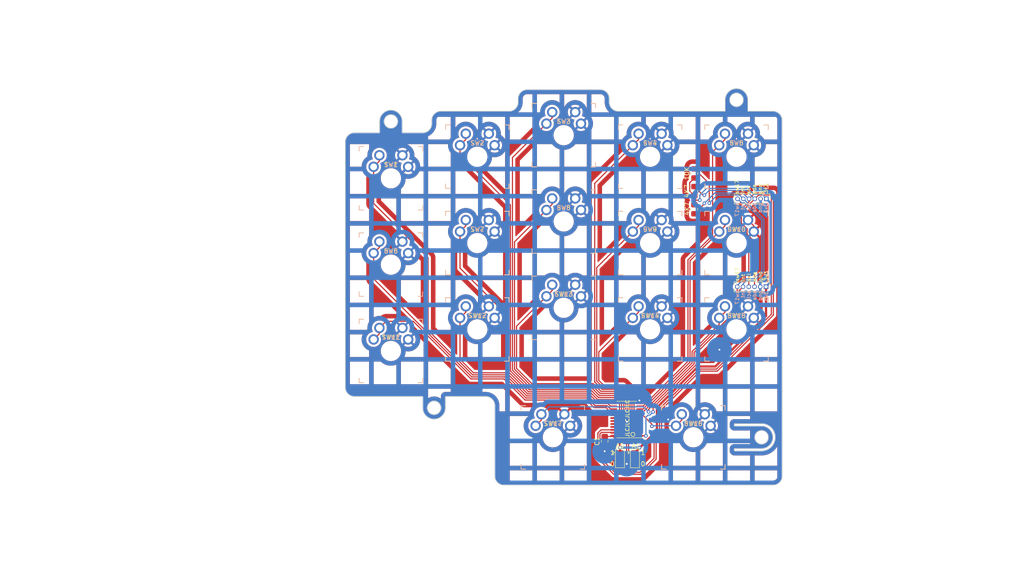
<source format=kicad_pcb>
(kicad_pcb (version 20221018) (generator pcbnew)
  (layers (0 "F.Cu" signal) (31 "B.Cu" signal) (34 "B.Paste" user) (35 "F.Paste" user) (36 "B.SilkS" user "B.Silkscreen") (37 "F.SilkS" user "F.Silkscreen") (38 "B.Mask" user) (39 "F.Mask" user) (44 "Edge.Cuts" user))
  (net 0 "")
  (net 1 "+3V3")
  (net 2 "GND")
  (net 3 "SDA")
  (net 4 "SCL")
  (net 5 "INT")
  (net 6 "SW17")
  (net 7 "ADDR0")
  (net 8 "ADDR1")
  (net 9 "SW1")
  (net 10 "SW2")
  (net 11 "SW3")
  (net 12 "SW4")
  (net 13 "SW5")
  (net 14 "SW6")
  (net 15 "SW7")
  (net 16 "SW8")
  (net 17 "SW9")
  (net 18 "SW10")
  (net 19 "SW11")
  (net 20 "SW12")
  (net 21 "SW13")
  (net 22 "SW14")
  (net 23 "SW15")
  (net 24 "SW16")
  (footprint "Resistor_SMD:R_0805_2012Metric_Pad1.20x1.40mm_HandSolder" (layer "F.Cu") (at 183.2 74.2 90)
    (fp_text reference "R2" hide)
    (fp_text value "4K7")
  )
  (footprint "keyswitches:SW_MX_reversible_minimal" (layer "F.Cu") (at 152.0088 124.5275)
    (fp_text reference "SW17")
    (fp_text value "SW_SPST")
  )
  (footprint "keyswitches:SW_MX_reversible_minimal" (layer "F.Cu") (at 192.49 100.715)
    (fp_text reference "SW15")
    (fp_text value "SW_SPST")
  )
  (footprint "keyswitches:SW_MX_reversible_minimal" (layer "F.Cu") (at 116.29 67.3775)
    (fp_text reference "SW1")
    (fp_text value "SW_SPST")
  )
  (footprint "Jumper:SolderJumper-3_P1.3mm_Open_Pad1.0x1.5mm" (layer "F.Cu") (at 166.79 129.2 -90)
    (fp_text reference "JP1" hide)
    (fp_text value "Jumper_3_Open" hide)
  )
  (footprint "keyswitches:SW_MX_reversible_minimal" (layer "F.Cu") (at 135.34 81.665)
    (fp_text reference "SW7")
    (fp_text value "SW_SPST")
  )
  (footprint "Package_SO:TSSOP-24_4.4x7.8mm_P0.65mm" (layer "F.Cu") (at 168.29 120.615 180)
    (fp_text reference "U1" hide)
    (fp_text value "TCA9555PWR")
  )
  (footprint "Resistor_SMD:R_0805_2012Metric_Pad1.20x1.40mm_HandSolder" (layer "F.Cu") (at 183.22 66.3 -90)
    (fp_text reference "R3" hide)
    (fp_text value "10K")
  )
  (footprint "keyswitches:SW_MX_reversible_minimal" (layer "F.Cu") (at 173.44 62.615)
    (fp_text reference "SW4")
    (fp_text value "SW_SPST")
  )
  (footprint "keyswitches:SW_MX_reversible_minimal" (layer "F.Cu") (at 135.34 100.715)
    (fp_text reference "SW12")
    (fp_text value "SW_SPST")
  )
  (footprint "Connector_PinHeader_1.27mm:PinHeader_1x06_P1.27mm_Vertical" (layer "F.Cu") (at 199 91.3 -90)
    (fp_text reference "J1" hide)
    (fp_text value "Conn_01x06_Pin")
  )
  (footprint "keyswitches:SW_MX_reversible_minimal" (layer "F.Cu") (at 154.39 76.9025)
    (fp_text reference "SW8")
    (fp_text value "SW_SPST")
  )
  (footprint "Jumper:SolderJumper-3_P1.3mm_Open_Pad1.0x1.5mm" (layer "F.Cu") (at 170.09 129.2 -90)
    (fp_text reference "JP2" hide)
    (fp_text value "Jumper_3_Open" hide)
  )
  (footprint "Capacitor_SMD:C_0805_2012Metric_Pad1.18x1.45mm_HandSolder" (layer "F.Cu") (at 163.42 125.4 90)
    (fp_text reference "C1")
    (fp_text value "0.1u")
  )
  (footprint "Connector_PinHeader_1.27mm:PinHeader_1x06_P1.27mm_Vertical" (layer "F.Cu") (at 199.07 71.9 -90)
    (fp_text reference "J2" hide)
    (fp_text value "Conn_01x06_Pin")
  )
  (footprint "Resistor_SMD:R_0805_2012Metric_Pad1.20x1.40mm_HandSolder" (layer "F.Cu") (at 183.2 70.2 -90)
    (fp_text reference "R1" hide)
    (fp_text value "4K7")
  )
  (footprint "keyswitches:SW_MX_reversible_minimal" (layer "F.Cu") (at 154.39 57.8525)
    (fp_text reference "SW3")
    (fp_text value "SW_SPST")
  )
  (footprint "keyswitches:SW_MX_reversible_minimal" (layer "F.Cu") (at 116.29 105.4775)
    (fp_text reference "SW11")
    (fp_text value "SW_SPST")
  )
  (footprint "keyswitches:SW_MX_reversible_minimal" (layer "F.Cu") (at 116.29 86.4275)
    (fp_text reference "SW6")
    (fp_text value "SW_SPST")
  )
  (footprint "keyswitches:SW_MX_reversible_minimal" (layer "F.Cu") (at 173.44 81.665)
    (fp_text reference "SW9")
    (fp_text value "SW_SPST")
  )
  (footprint "keyswitches:SW_MX_reversible_minimal" (layer "F.Cu") (at 173.44 100.715)
    (fp_text reference "SW14")
    (fp_text value "SW_SPST")
  )
  (footprint "keyswitches:SW_MX_reversible_minimal" (layer "F.Cu") (at 182.965 124.5275)
    (fp_text reference "SW16")
    (fp_text value "SW_SPST")
  )
  (footprint "keyswitches:SW_MX_reversible_minimal" (layer "F.Cu") (at 135.34 62.615)
    (fp_text reference "SW2")
    (fp_text value "SW_SPST")
  )
  (footprint "keyswitches:SW_MX_reversible_minimal" (layer "F.Cu") (at 154.39 95.9525)
    (fp_text reference "SW13")
    (fp_text value "SW_SPST")
  )
  (footprint "keyswitches:SW_MX_reversible_minimal" (layer "F.Cu") (at 192.49 62.615)
    (fp_text reference "SW5")
    (fp_text value "SW_SPST")
  )
  (footprint "keyswitches:SW_MX_reversible_minimal" (layer "F.Cu") (at 192.49 81.665)
    (fp_text reference "SW10")
    (fp_text value "SW_SPST")
  )
  (gr_circle (center 169.642787 123.9) (end 170.042787 124.1) (stroke (width 0.15)) (fill none) (layer "F.SilkS"))
  (gr_arc (start 202.565 133.0775) (mid 201.979214 134.491714) (end 200.565 135.0775) (stroke (width 0.15)) (layer "Edge.Cuts"))
  (gr_line (start 113.79 54.8275) (end 113.79 57.3275) (stroke (width 0.15)) (layer "Edge.Cuts"))
  (gr_arc (start 198.015 121.5275) (mid 201.015 124.5275) (end 198.015 127.5275) (stroke (width 0.15)) (layer "Edge.Cuts"))
  (gr_arc (start 137.19625 115.5275) (mid 138.610464 116.113286) (end 139.19625 117.5275) (stroke (width 0.15)) (layer "Edge.Cuts"))
  (gr_arc (start 198.015 122.0275) (mid 200.515 124.5275) (end 198.015 127.0275) (stroke (width 0.15)) (layer "Edge.Cuts"))
  (gr_line (start 164.44 49.8025) (end 164.44 50.565) (stroke (width 0.15)) (layer "Edge.Cuts"))
  (gr_line (start 198.015 122.0275) (end 192.015 122.0275) (stroke (width 0.15)) (layer "Edge.Cuts"))
  (gr_line (start 108.24 115.5275) (end 123.315 115.5275) (stroke (width 0.15)) (layer "Edge.Cuts"))
  (gr_arc (start 113.79 54.8275) (mid 116.29 52.3275) (end 118.79 54.8275) (stroke (width 0.15)) (layer "Edge.Cuts"))
  (gr_line (start 194.99 52.565) (end 200.54 52.565) (stroke (width 0.15)) (layer "Edge.Cuts"))
  (gr_arc (start 162.44 47.8025) (mid 163.854214 48.388286) (end 164.44 49.8025) (stroke (width 0.15)) (layer "Edge.Cuts"))
  (gr_line (start 192.015 127.0275) (end 198.015 127.0275) (stroke (width 0.15)) (layer "Edge.Cuts"))
  (gr_line (start 118.79 57.3275) (end 123.29 57.3275) (stroke (width 0.15)) (layer "Edge.Cuts"))
  (gr_line (start 128.315 118.0275) (end 128.315 115.5275) (stroke (width 0.15)) (layer "Edge.Cuts"))
  (gr_line (start 202.54 103.9775) (end 202.54 54.565) (stroke (width 0.15)) (layer "Edge.Cuts"))
  (gr_line (start 189.99 50.065) (end 189.99 52.565) (stroke (width 0.15)) (layer "Edge.Cuts"))
  (gr_line (start 202.54 103.9775) (end 202.565 103.9775) (stroke (width 0.15)) (layer "Edge.Cuts"))
  (gr_arc (start 189.99 50.065) (mid 192.49 47.565) (end 194.99 50.065) (stroke (width 0.15)) (layer "Edge.Cuts"))
  (gr_line (start 128.315 115.5275) (end 137.19625 115.5275) (stroke (width 0.15)) (layer "Edge.Cuts"))
  (gr_line (start 192.015 121.5275) (end 192.015 122.0275) (stroke (width 0.15)) (layer "Edge.Cuts"))
  (gr_circle (center 116.29 54.8275) (end 117.79 54.8275) (stroke (width 0.15)) (fill none) (layer "Edge.Cuts"))
  (gr_line (start 198.015 121.5275) (end 192.015 121.5275) (stroke (width 0.15)) (layer "Edge.Cuts"))
  (gr_line (start 202.565 133.0775) (end 202.565 103.9775) (stroke (width 0.15)) (layer "Edge.Cuts"))
  (gr_line (start 127.29 52.565) (end 142.34 52.565) (stroke (width 0.15)) (layer "Edge.Cuts"))
  (gr_arc (start 128.315 118.0275) (mid 125.815 120.5275) (end 123.315 118.0275) (stroke (width 0.15)) (layer "Edge.Cuts"))
  (gr_circle (center 125.815 118.0275) (end 127.315 118.0275) (stroke (width 0.15)) (fill none) (layer "Edge.Cuts"))
  (gr_line (start 192.015 127.5275) (end 198.015 127.5275) (stroke (width 0.15)) (layer "Edge.Cuts"))
  (gr_line (start 166.44 52.565) (end 189.99 52.565) (stroke (width 0.15)) (layer "Edge.Cuts"))
  (gr_arc (start 125.29 54.565) (mid 125.875786 53.150786) (end 127.29 52.565) (stroke (width 0.15)) (layer "Edge.Cuts"))
  (gr_line (start 125.29 55.3275) (end 125.29 54.565) (stroke (width 0.15)) (layer "Edge.Cuts"))
  (gr_arc (start 141.19625 135.0775) (mid 139.782036 134.491714) (end 139.19625 133.0775) (stroke (width 0.15)) (layer "Edge.Cuts"))
  (gr_line (start 194.99 52.565) (end 194.99 50.065) (stroke (width 0.15)) (layer "Edge.Cuts"))
  (gr_line (start 108.24 57.3275) (end 113.79 57.3275) (stroke (width 0.15)) (layer "Edge.Cuts"))
  (gr_arc (start 166.44 52.565) (mid 165.025786 51.979214) (end 164.44 50.565) (stroke (width 0.15)) (layer "Edge.Cuts"))
  (gr_circle (center 192.49 50.065) (end 193.99 50.065) (stroke (width 0.15)) (fill none) (layer "Edge.Cuts"))
  (gr_line (start 146.34 47.8025) (end 162.44 47.8025) (stroke (width 0.15)) (layer "Edge.Cuts"))
  (gr_line (start 139.19625 133.0775) (end 139.19625 117.5275) (stroke (width 0.15)) (layer "Edge.Cuts"))
  (gr_line (start 141.19625 135.0775) (end 200.565 135.0775) (stroke (width 0.15)) (layer "Edge.Cuts"))
  (gr_arc (start 106.24 59.3275) (mid 106.825786 57.913286) (end 108.24 57.3275) (stroke (width 0.15)) (layer "Edge.Cuts"))
  (gr_line (start 192.015 127.0275) (end 192.015 127.5275) (stroke (width 0.15)) (layer "Edge.Cuts"))
  (gr_line (start 123.315 115.5275) (end 123.315 118.0275) (stroke (width 0.15)) (layer "Edge.Cuts"))
  (gr_line (start 118.79 57.3275) (end 118.79 54.8275) (stroke (width 0.15)) (layer "Edge.Cuts"))
  (gr_line (start 144.34 50.565) (end 144.34 49.8025) (stroke (width 0.15)) (layer "Edge.Cuts"))
  (gr_arc (start 125.29 55.3275) (mid 124.704214 56.741714) (end 123.29 57.3275) (stroke (width 0.15)) (layer "Edge.Cuts"))
  (gr_arc (start 200.54 52.565) (mid 201.954214 53.150786) (end 202.54 54.565) (stroke (width 0.15)) (layer "Edge.Cuts"))
  (gr_arc (start 144.34 49.8025) (mid 144.925786 48.388286) (end 146.34 47.8025) (stroke (width 0.15)) (layer "Edge.Cuts"))
  (gr_circle (center 198.015 124.5275) (end 199.515 124.5275) (stroke (width 0.15)) (fill none) (layer "Edge.Cuts"))
  (gr_arc (start 144.34 50.565) (mid 143.754214 51.979214) (end 142.34 52.565) (stroke (width 0.15)) (layer "Edge.Cuts"))
  (gr_arc (start 108.24 115.5275) (mid 106.825786 114.941714) (end 106.24 113.5275) (stroke (width 0.15)) (layer "Edge.Cuts"))
  (gr_line (start 106.24 113.5275) (end 106.24 59.3275) (stroke (width 0.15)) (layer "Edge.Cuts"))
  (gr_text "sda" (at 196.9 72.7 90) (layer "B.SilkS") (effects (font (size 0.8 0.8)) (justify left bottom mirror)))
  (gr_text "3v3" (at 199.5 92.2 90) (layer "B.SilkS") (effects (font (size 0.8 0.8)) (justify left bottom mirror)))
  (gr_text "sw17" (at 193.1 92.1 90) (layer "B.SilkS") (effects (font (size 0.8 0.8)) (justify left bottom mirror)))
  (gr_text "gnd" (at 198.18 72.7 90) (layer "B.SilkS") (effects (font (size 0.8 0.8)) (justify left bottom mirror)))
  (gr_text "sw17" (at 193.06 72.7 90) (layer "B.SilkS") (effects (font (size 0.8 0.8)) (justify left bottom mirror)))
  (gr_text "3v3" (at 199.46 72.8 90) (layer "B.SilkS") (effects (font (size 0.8 0.8)) (justify left bottom mirror)))
  (gr_text "int" (at 194.38 92.1 90) (layer "B.SilkS") (effects (font (size 0.8 0.8)) (justify left bottom mirror)))
  (gr_text "int" (at 194.34 72.7 90) (layer "B.SilkS") (effects (font (size 0.8 0.8)) (justify left bottom mirror)))
  (gr_text "sda" (at 196.94 92.1 90) (layer "B.SilkS") (effects (font (size 0.8 0.8)) (justify left bottom mirror)))
  (gr_text "scl" (at 195.62 72.7 90) (layer "B.SilkS") (effects (font (size 0.8 0.8)) (justify left bottom mirror)))
  (gr_text "scl" (at 195.66 92.1 90) (layer "B.SilkS") (effects (font (size 0.8 0.8)) (justify left bottom mirror)))
  (gr_text "gnd" (at 198.22 92.1 90) (layer "B.SilkS") (effects (font (size 0.8 0.8)) (justify left bottom mirror)))
  (gr_text "sda" (at 196.96 90.19 90) (layer "F.SilkS") (effects (font (size 0.8 0.8)) (justify left bottom)))
  (gr_text "gnd" (at 198.24 90.19 90) (layer "F.SilkS") (effects (font (size 0.8 0.8)) (justify left bottom)))
  (gr_text "int" (at 194.4 90.19 90) (layer "F.SilkS") (effects (font (size 0.8 0.8)) (justify left bottom)))
  (gr_text "1" (at 164.553509 128.505022) (layer "F.SilkS") (effects (font (size 1 1)) (justify left bottom)))
  (gr_text "JLCJLCJLCJLC" (at 168.92 124.6 90) (layer "F.SilkS") (effects (font (size 0.8 0.8)) (justify left bottom)))
  (gr_text "1" (at 171.29 128.5) (layer "F.SilkS") (effects (font (size 1 1)) (justify left bottom)))
  (gr_text "scl" (at 195.68 90.19 90) (layer "F.SilkS") (effects (font (size 0.8 0.8)) (justify left bottom)))
  (gr_text "sw17" (at 193.12 90.19 90) (layer "F.SilkS") (effects (font (size 0.8 0.8)) (justify left bottom)))
  (gr_text "int" (at 194.33 70.89 90) (layer "F.SilkS") (effects (font (size 0.8 0.8)) (justify left bottom)))
  (gr_text "sw17" (at 193.05 70.89 90) (layer "F.SilkS") (effects (font (size 0.8 0.8)) (justify left bottom)))
  (gr_text "3v3" (at 199.45 70.79 90) (layer "F.SilkS") (effects (font (size 0.8 0.8)) (justify left bottom)))
  (gr_text "3v3" (at 199.52 90.09 90) (layer "F.SilkS") (effects (font (size 0.8 0.8)) (justify left bottom)))
  (gr_text "A0" (at 165.79 127) (layer "F.SilkS") (effects (font (size 1 1)) (justify left bottom)))
  (gr_text "0" (at 171.29 131) (layer "F.SilkS") (effects (font (size 1 1)) (justify left bottom)))
  (gr_text "0" (at 164.553509 131.005022) (layer "F.SilkS") (effects (font (size 1 1)) (justify left bottom)))
  (gr_text "gnd" (at 198.17 70.89 90) (layer "F.SilkS") (effects (font (size 0.8 0.8)) (justify left bottom)))
  (gr_text "scl" (at 195.61 70.89 90) (layer "F.SilkS") (effects (font (size 0.8 0.8)) (justify left bottom)))
  (gr_text "sda" (at 196.89 70.89 90) (layer "F.SilkS") (effects (font (size 0.8 0.8)) (justify left bottom)))
  (gr_text "A1" (at 169.29 127) (layer "F.SilkS") (effects (font (size 1 1)) (justify left bottom)))
  (segment (start 166.79 127.9) (end 166.82 127.87) (width 0.5) (layer "F.Cu") (net 1))
  (segment (start 178.42 114.5) (end 174.949382 117.970618) (width 0.5) (layer "F.Cu") (net 1))
  (segment (start 183.2 73.2) (end 183.2 72.1) (width 0.75) (layer "F.Cu") (net 1))
  (segment (start 170.09 127.83) (end 170.09 127.9) (width 0.25) (layer "F.Cu") (net 1))
  (segment (start 166.82 127.87) (end 166.82 125.741327) (width 0.5) (layer "F.Cu") (net 1))
  (segment (start 184.4 72.2) (end 183.3 72.2) (width 0.25) (layer "F.Cu") (net 1))
  (segment (start 166.8375 126.7825) (end 166.82 126.8) (width 0.25) (layer "F.Cu") (net 1))
  (segment (start 183.3 72.2) (end 183.2 72.1) (width 0.25) (layer "F.Cu") (net 1))
  (segment (start 184.017005 108.9) (end 178.42 114.497005) (width 0.5) (layer "F.Cu") (net 1))
  (segment (start 174.949382 117.970618) (end 174.949382 123.040618) (width 0.5) (layer "F.Cu") (net 1))
  (segment (start 199 91.3) (end 199 97.731907) (width 0.5) (layer "F.Cu") (net 1))
  (segment (start 182.175 68.345) (end 182.175 70.175) (width 0.25) (layer "F.Cu") (net 1))
  (segment (start 182.175 70.175) (end 183.2 71.2) (width 0.25) (layer "F.Cu") (net 1))
  (segment (start 178.42 114.497005) (end 178.42 114.5) (width 0.5) (layer "F.Cu") (net 1))
  (segment (start 171.12 126.8) (end 170.09 127.83) (width 0.25) (layer "F.Cu") (net 1))
  (segment (start 174.949382 123.040618) (end 170.09 127.9) (width 0.5) (layer "F.Cu") (net 1))
  (segment (start 163.42 124.3625) (end 165.255 124.3625) (width 0.25) (layer "F.Cu") (net 1))
  (segment (start 166.82 125.741327) (end 165.47084 124.392167) (width 0.5) (layer "F.Cu") (net 1))
  (segment (start 187.831907 108.9) (end 184.017005 108.9) (width 0.5) (layer "F.Cu") (net 1))
  (segment (start 183.2 72.1) (end 183.2 71.2) (width 0.75) (layer "F.Cu") (net 1))
  (segment (start 183.22 67.3) (end 182.175 68.345) (width 0.25) (layer "F.Cu") (net 1))
  (segment (start 199 97.731907) (end 187.831907 108.9) (width 0.5) (layer "F.Cu") (net 1))
  (via (at 199 91.3) (size 0.8) (drill 0.4) (layers "F.Cu" "B.Cu") (net 1))
  (via (at 166.82 126.8) (size 0.8) (drill 0.4) (layers "F.Cu" "B.Cu") (net 1))
  (via (at 171.12 126.8) (size 0.8) (drill 0.4) (layers "F.Cu" "B.Cu") (net 1))
  (via (at 184.4 72.2) (size 0.8) (drill 0.4) (layers "F.Cu" "B.Cu") (net 1))
  (segment (start 200 72.83) (end 200 90.3) (width 0.5) (layer "B.Cu") (net 1))
  (segment (start 184.4 71.074695) (end 184.4 72.2) (width 0.25) (layer "B.Cu") (net 1))
  (segment (start 185.874695 69.6) (end 184.4 71.074695) (width 0.25) (layer "B.Cu") (net 1))
  (segment (start 200 90.3) (end 199 91.3) (width 0.5) (layer "B.Cu") (net 1))
  (segment (start 199.07 71.9) (end 200 72.83) (width 0.5) (layer "B.Cu") (net 1))
  (segment (start 195 69.6) (end 185.874695 69.6) (width 0.25) (layer "B.Cu") (net 1))
  (segment (start 196.3 70.9) (end 195 69.6) (width 0.25) (layer "B.Cu") (net 1))
  (segment (start 198.07 70.9) (end 196.3 70.9) (width 0.25) (layer "B.Cu") (net 1))
  (segment (start 171.12 126.8) (end 166.82 126.8) (width 0.5) (layer "B.Cu") (net 1))
  (segment (start 199.07 71.9) (end 198.07 70.9) (width 0.25) (layer "B.Cu") (net 1))
  (segment (start 195.03 76.585) (end 197.8 73.815) (width 0.25) (layer "F.Cu") (net 2))
  (segment (start 171.1525 117.04) (end 171.1525 116.4625) (width 0.25) (layer "F.Cu") (net 2))
  (segment (start 168.29 130.4) (end 169.99 130.4) (width 0.25) (layer "F.Cu") (net 2))
  (segment (start 168.19 130.5) (end 168.29 130.4) (width 0.25) (layer "F.Cu") (net 2))
  (segment (start 197.73 91.3) (end 197.73 80.555) (width 0.25) (layer "F.Cu") (net 2))
  (segment (start 170.09 122.516041) (end 170.09 122.502437) (width 0.25) (layer "F.Cu") (net 2))
  (segment (start 195.03 76.585) (end 196.3 77.855) (width 0.25) (layer "F.Cu") (net 2))
  (segment (start 163.42 126.4375) (end 163.42 127.6) (width 0.25) (layer "F.Cu") (net 2))
  (segment (start 197.73 80.555) (end 196.3 79.125) (width 0.25) (layer "F.Cu") (net 2))
  (segment (start 171.1525 116.4625) (end 171.09 116.4) (width 0.25) (layer "F.Cu") (net 2))
  (segment (start 197.8 73.815) (end 197.8 71.9) (width 0.25) (layer "F.Cu") (net 2))
  (segment (start 196.3 77.855) (end 196.3 79.125) (width 0.25) (layer "F.Cu") (net 2))
  (segment (start 168.698152 121.110589) (end 168.30995 121.110589) (width 0.25) (layer "F.Cu") (net 2))
  (segment (start 169.99 130.4) (end 170.09 130.5) (width 0.25) (layer "F.Cu") (net 2))
  (segment (start 170.09 122.502437) (end 168.698152 121.110589) (width 0.25) (layer "F.Cu") (net 2))
  (segment (start 166.79 130.5) (end 168.19 130.5) (width 0.25) (layer "F.Cu") (net 2))
  (segment (start 170.463959 122.89) (end 170.09 122.516041) (width 0.25) (layer "F.Cu") (net 2))
  (segment (start 171.1525 122.89) (end 170.463959 122.89) (width 0.25) (layer "F.Cu") (net 2))
  (via (at 171.09 116.4) (size 0.8) (drill 0.4) (layers "F.Cu" "B.Cu") (net 2))
  (via (at 168.29 130.4) (size 0.8) (drill 0.4) (layers "F.Cu" "B.Cu") (net 2))
  (via (at 168.29 130.4) (size 0.8) (drill 0.4) (layers "F.Cu" "B.Cu") (net 2))
  (via (at 163.42 127.6) (size 0.8) (drill 0.4) (layers "F.Cu" "B.Cu") (net 2))
  (via (at 168.30995 121.110589) (size 0.8) (drill 0.4) (layers "F.Cu" "B.Cu") (net 2))
  (via (at 177.42 120.6) (size 0.8) (drill 0.4) (layers "F.Cu" "B.Cu") (net 2))
  (via (at 188.72 105.2) (size 0.8) (drill 0.4) (layers "F.Cu" "B.Cu") (net 2))
  (segment (start 175.524382 123.27879) (end 174.32 124.483172) (width 0.25) (layer "F.Cu") (net 3))
  (segment (start 178.995 114.738173) (end 175.524382 118.20879) (width 0.25) (layer "F.Cu") (net 3))
  (segment (start 178.995 114.735177) (end 178.995 114.738173) (width 0.25) (layer "F.Cu") (net 3))
  (segment (start 188.070079 109.475) (end 184.255177 109.475) (width 0.25) (layer "F.Cu") (net 3))
  (segment (start 171.233604 132.25) (end 165.606396 132.25) (width 0.25) (layer "F.Cu") (net 3))
  (segment (start 162.37 129.013604) (end 162.37 123.786827) (width 0.25) (layer "F.Cu") (net 3))
  (segment (start 197.355 71.075) (end 200.17 71.075) (width 0.25) (layer "F.Cu") (net 3))
  (segment (start 184.255177 109.475) (end 178.995 114.735177) (width 0.25) (layer "F.Cu") (net 3))
  (segment (start 196.46 81.361066) (end 196.46 91.3) (width 0.25) (layer "F.Cu") (net 3))
  (segment (start 165.606396 132.25) (end 162.37 129.013604) (width 0.25) (layer "F.Cu") (net 3))
  (segment (start 196.53 71.9) (end 193.562 74.868) (width 0.25) (layer "F.Cu") (net 3))
  (segment (start 183.2 69.2) (end 185.1 71.1) (width 0.25) (layer "F.Cu") (net 3))
  (segment (start 193.562 77.242) (end 194.832 78.512) (width 0.25) (layer "F.Cu") (net 3))
  (segment (start 200.17 97.375079) (end 188.070079 109.475) (width 0.25) (layer "F.Cu") (net 3))
  (segment (start 194.832 79.733066) (end 196.46 81.361066) (width 0.25) (layer "F.Cu") (net 3))
  (segment (start 162.37 123.786827) (end 162.706827 123.45) (width 0.25) (layer "F.Cu") (net 3))
  (segment (start 174.32 124.483172) (end 174.32 129.163604) (width 0.25) (layer "F.Cu") (net 3))
  (segment (start 200.17 71.075) (end 200.17 97.375079) (width 0.25) (layer "F.Cu") (net 3))
  (segment (start 194.832 78.512) (end 194.832 79.733066) (width 0.25) (layer "F.Cu") (net 3))
  (segment (start 162.706827 123.45) (end 166.026041 123.45) (width 0.25) (layer "F.Cu") (net 3))
  (segment (start 175.524382 118.20879) (end 175.524382 123.27879) (width 0.25) (layer "F.Cu") (net 3))
  (segment (start 193.562 74.868) (end 193.562 77.242) (width 0.25) (layer "F.Cu") (net 3))
  (segment (start 174.32 129.163604) (end 171.233604 132.25) (width 0.25) (layer "F.Cu") (net 3))
  (segment (start 196.53 71.9) (end 197.355 71.075) (width 0.25) (layer "F.Cu") (net 3))
  (segment (start 185.1 71.1) (end 185.4 71.1) (width 0.25) (layer "F.Cu") (net 3))
  (via (at 185.4 71.1) (size 0.8) (drill 0.4) (layers "F.Cu" "B.Cu") (net 3))
  (segment (start 186.45 70.05) (end 194.62 70.05) (width 0.25) (layer "B.Cu") (net 3))
  (segment (start 185.4 71.1) (end 186.45 70.05) (width 0.25) (layer "B.Cu") (net 3))
  (segment (start 194.62 70.05) (end 196.5 71.93) (width 0.25) (layer "B.Cu") (net 3))
  (segment (start 196.53 71.9) (end 196.5 71.93) (width 0.25) (layer "B.Cu") (net 3))
  (segment (start 195.26 72.533604) (end 193.112 74.681604) (width 0.25) (layer "F.Cu") (net 4))
  (segment (start 175.974382 123.465186) (end 174.77 124.669568) (width 0.25) (layer "F.Cu") (net 4))
  (segment (start 185.4 73) (end 185.4 72.9) (width 0.25) (layer "F.Cu") (net 4))
  (segment (start 161.92 123.600431) (end 162.630431 122.89) (width 0.25) (layer "F.Cu") (net 4))
  (segment (start 179.445 114.924569) (end 175.974382 118.395187) (width 0.25) (layer "F.Cu") (net 4))
  (segment (start 195.26 71.9) (end 195.26 72.533604) (width 0.25) (layer "F.Cu") (net 4))
  (segment (start 183.2 75.2) (end 185.4 73) (width 0.25) (layer "F.Cu") (net 4))
  (segment (start 175.974382 118.395187) (end 175.974382 123.465186) (width 0.25) (layer "F.Cu") (net 4))
  (segment (start 188.256475 109.925) (end 184.441573 109.925) (width 0.25) (layer "F.Cu") (net 4))
  (segment (start 165.42 132.7) (end 161.92 129.2) (width 0.25) (layer "F.Cu") (net 4))
  (segment (start 184.441573 109.925) (end 179.445 114.921573) (width 0.25) (layer "F.Cu") (net 4))
  (segment (start 193.112 74.681604) (end 193.112 77.428396) (width 0.25) (layer "F.Cu") (net 4))
  (segment (start 200.62 97.561475) (end 188.256475 109.925) (width 0.25) (layer "F.Cu") (net 4))
  (segment (start 161.92 129.2) (end 161.92 123.600431) (width 0.25) (layer "F.Cu") (net 4))
  (segment (start 179.445 114.921573) (end 179.445 114.924569) (width 0.25) (layer "F.Cu") (net 4))
  (segment (start 194.382 78.698396) (end 194.382 79.919462) (width 0.25) (layer "F.Cu") (net 4))
  (segment (start 200.62 70.6) (end 200.62 97.561475) (width 0.25) (layer "F.Cu") (net 4))
  (segment (start 174.77 124.669568) (end 174.77 129.35) (width 0.25) (layer "F.Cu") (net 4))
  (segment (start 195.26 71.9) (end 196.56 70.6) (width 0.25) (layer "F.Cu") (net 4))
  (segment (start 193.112 77.428396) (end 194.382 78.698396) (width 0.25) (layer "F.Cu") (net 4))
  (segment (start 195.19 80.727462) (end 195.19 91.3) (width 0.25) (layer "F.Cu") (net 4))
  (segment (start 196.56 70.6) (end 200.62 70.6) (width 0.25) (layer "F.Cu") (net 4))
  (segment (start 162.630431 122.89) (end 165.4275 122.89) (width 0.25) (layer "F.Cu") (net 4))
  (segment (start 194.382 79.919462) (end 195.19 80.727462) (width 0.25) (layer "F.Cu") (net 4))
  (segment (start 171.42 132.7) (end 165.42 132.7) (width 0.25) (layer "F.Cu") (net 4))
  (segment (start 174.77 129.35) (end 171.42 132.7) (width 0.25) (layer "F.Cu") (net 4))
  (via (at 185.4 72.9) (size 0.8) (drill 0.4) (layers "F.Cu" "B.Cu") (net 4))
  (segment (start 193.881727 70.625) (end 187.675 70.625) (width 0.25) (layer "B.Cu") (net 4))
  (segment (start 195.156727 71.9) (end 193.881727 70.625) (width 0.25) (layer "B.Cu") (net 4))
  (segment (start 187.675 70.625) (end 185.4 72.9) (width 0.25) (layer "B.Cu") (net 4))
  (segment (start 195.26 71.9) (end 195.156727 71.9) (width 0.25) (layer "B.Cu") (net 4))
  (segment (start 193.1 96.467462) (end 193.1 92.12) (width 0.25) (layer "F.Cu") (net 5))
  (segment (start 174.099382 118.004451) (end 183.59 108.513833) (width 0.25) (layer "F.Cu") (net 5))
  (segment (start 183.59 105.977462) (end 193.1 96.467462) (width 0.25) (layer "F.Cu") (net 5))
  (segment (start 183.59 108.513833) (end 183.59 105.977462) (width 0.25) (layer "F.Cu") (net 5))
  (segment (start 172.52 124.2) (end 171.1625 124.2) (width 0.25) (layer "F.Cu") (net 5))
  (segment (start 186.4875 72.837098) (end 186.4875 68.5675) (width 0.25) (layer "F.Cu") (net 5))
  (segment (start 171.1625 124.2) (end 171.1525 124.19) (width 0.25) (layer "F.Cu") (net 5))
  (segment (start 174.099382 118.9155) (end 174.099382 118.004451) (width 0.25) (layer "F.Cu") (net 5))
  (segment (start 186.4875 68.5675) (end 183.22 65.3) (width 0.25) (layer "F.Cu") (net 5))
  (segment (start 193.1 92.12) (end 193.92 91.3) (width 0.25) (layer "F.Cu") (net 5))
  (via (at 174.099382 118.9155) (size 0.8) (drill 0.4) (layers "F.Cu" "B.Cu") (net 5))
  (via (at 186.4875 72.837098) (size 0.8) (drill 0.4) (layers "F.Cu" "B.Cu") (net 5))
  (via (at 172.52 124.2) (size 0.8) (drill 0.4) (layers "F.Cu" "B.Cu") (net 5))
  (segment (start 198.525 76.425) (end 198.525 87.962208) (width 0.25) (layer "B.Cu") (net 5))
  (segment (start 173.825 119.189882) (end 173.825 119.200305) (width 0.25) (layer "B.Cu") (net 5))
  (segment (start 196.462208 90.025) (end 194.575 90.025) (width 0.25) (layer "B.Cu") (net 5))
  (segment (start 194 71.9) (end 198.525 76.425) (width 0.25) (layer "B.Cu") (net 5))
  (segment (start 193.165 71.075) (end 188.249598 71.075) (width 0.25) (layer "B.Cu") (net 5))
  (segment (start 193.99 71.9) (end 193.165 71.075) (width 0.25) (layer "B.Cu") (net 5))
  (segment (start 188.249598 71.075) (end 186.4875 72.837098) (width 0.25) (layer "B.Cu") (net 5))
  (segment (start 193.92 90.68) (end 193.92 91.3) (width 0.25) (layer "B.Cu") (net 5))
  (segment (start 198.525 87.962208) (end 196.462208 90.025) (width 0.25) (layer "B.Cu") (net 5))
  (segment (start 172.995 119.625) (end 172.52 120.1) (width 0.25) (layer "B.Cu") (net 5))
  (segment (start 172.52 120.1) (end 172.52 124.2) (width 0.25) (layer "B.Cu") (net 5))
  (segment (start 193.99 71.9) (end 194 71.9) (width 0.25) (layer "B.Cu") (net 5))
  (segment (start 173.400305 119.625) (end 172.995 119.625) (width 0.25) (layer "B.Cu") (net 5))
  (segment (start 174.099382 118.9155) (end 173.825 119.189882) (width 0.25) (layer "B.Cu") (net 5))
  (segment (start 194.575 90.025) (end 193.92 90.68) (width 0.25) (layer "B.Cu") (net 5))
  (segment (start 173.825 119.200305) (end 173.400305 119.625) (width 0.25) (layer "B.Cu") (net 5))
  (segment (start 173.1 118.367437) (end 173.1 118.9) (width 0.25) (layer "F.Cu") (net 6))
  (segment (start 183.14 105.791066) (end 183.14 108.327437) (width 0.25) (layer "F.Cu") (net 6))
  (segment (start 183.14 108.327437) (end 173.1 118.367437) (width 0.25) (layer "F.Cu") (net 6))
  (segment (start 192.65 96.281066) (end 183.14 105.791066) (width 0.25) (layer "F.Cu") (net 6))
  (segment (start 148.1988 121.9875) (end 149.4688 120.7175) (width 0.25) (layer "F.Cu") (net 6))
  (segment (start 149.4688 120.7175) (end 149.4688 119.4475) (width 0.25) (layer "F.Cu") (net 6))
  (segment (start 192.65 91.3) (end 192.65 96.281066) (width 0.25) (layer "F.Cu") (net 6))
  (via (at 173.1 118.9) (size 0.8) (drill 0.4) (layers "F.Cu" "B.Cu") (net 6))
  (segment (start 151.1163 117.8) (end 149.4688 119.4475) (width 0.25) (layer "B.Cu") (net 6))
  (segment (start 194.263604 72.8) (end 198.075 76.611396) (width 0.25) (layer "B.Cu") (net 6))
  (segment (start 194.125 89.575) (end 192.65 91.05) (width 0.25) (layer "B.Cu") (net 6))
  (segment (start 196.275812 89.575) (end 194.125 89.575) (width 0.25) (layer "B.Cu") (net 6))
  (segment (start 173.1 118.9) (end 172 117.8) (width 0.25) (layer "B.Cu") (net 6))
  (segment (start 192.72 71.9) (end 193.62 72.8) (width 0.25) (layer "B.Cu") (net 6))
  (segment (start 193.62 72.8) (end 194.263604 72.8) (width 0.25) (layer "B.Cu") (net 6))
  (segment (start 172 117.8) (end 151.1163 117.8) (width 0.25) (layer "B.Cu") (net 6))
  (segment (start 192.65 91.05) (end 192.65 91.3) (width 0.25) (layer "B.Cu") (net 6))
  (segment (start 198.075 87.775812) (end 196.275812 89.575) (width 0.25) (layer "B.Cu") (net 6))
  (segment (start 198.075 76.611396) (end 198.075 87.775812) (width 0.25) (layer "B.Cu") (net 6))
  (segment (start 168.25 125.03) (end 166.82 123.6) (width 0.25) (layer "F.Cu") (net 7))
  (segment (start 166.116041 122.24) (end 165.4275 122.24) (width 0.25) (layer "F.Cu") (net 7))
  (segment (start 166.82 123.6) (end 166.82 122.943959) (width 0.25) (layer "F.Cu") (net 7))
  (segment (start 166.79 129.2) (end 167.79 129.2) (width 0.25) (layer "F.Cu") (net 7))
  (segment (start 168.25 128.74) (end 168.25 125.03) (width 0.25) (layer "F.Cu") (net 7))
  (segment (start 166.82 122.943959) (end 166.116041 122.24) (width 0.25) (layer "F.Cu") (net 7))
  (segment (start 167.79 129.2) (end 168.25 128.74) (width 0.25) (layer "F.Cu") (net 7))
  (segment (start 168.7 125.02) (end 170.18 123.54) (width 0.25) (layer "F.Cu") (net 8))
  (segment (start 170.18 123.54) (end 171.1525 123.54) (width 0.25) (layer "F.Cu") (net 8))
  (segment (start 169.09 129.2) (end 168.7 128.81) (width 0.25) (layer "F.Cu") (net 8))
  (segment (start 168.7 128.81) (end 168.7 125.02) (width 0.25) (layer "F.Cu") (net 8))
  (segment (start 170.09 129.2) (end 169.09 129.2) (width 0.25) (layer "F.Cu") (net 8))
  (segment (start 141.603604 110.75) (end 146.253604 115.4) (width 0.25) (layer "F.Cu") (net 9))
  (segment (start 159.781624 115.4) (end 161.481624 117.1) (width 0.25) (layer "F.Cu") (net 9))
  (segment (start 134.303604 110.75) (end 141.603604 110.75) (width 0.25) (layer "F.Cu") (net 9))
  (segment (start 124.49 84.931434) (end 124.49 100.936396) (width 0.25) (layer "F.Cu") (net 9))
  (segment (start 112.48 72.921434) (end 124.49 84.931434) (width 0.25) (layer "F.Cu") (net 9))
  (segment (start 146.253604 115.4) (end 159.781624 115.4) (width 0.25) (layer "F.Cu") (net 9))
  (segment (start 112.48 64.8375) (end 113.75 63.5675) (width 0.25) (layer "F.Cu") (net 9))
  (segment (start 164.148959 117.1) (end 164.738959 117.69) (width 0.25) (layer "F.Cu") (net 9))
  (segment (start 113.75 63.5675) (end 113.75 62.2975) (width 0.25) (layer "F.Cu") (net 9))
  (segment (start 164.738959 117.69) (end 165.4275 117.69) (width 0.25) (layer "F.Cu") (net 9))
  (segment (start 161.481624 117.1) (end 164.148959 117.1) (width 0.25) (layer "F.Cu") (net 9))
  (segment (start 112.48 64.8375) (end 112.48 72.921434) (width 0.25) (layer "F.Cu") (net 9))
  (segment (start 124.49 100.936396) (end 134.303604 110.75) (width 0.25) (layer "F.Cu") (net 9))
  (segment (start 166.386396 115.75) (end 167.15 116.513604) (width 0.25) (layer "F.Cu") (net 10))
  (segment (start 160.340812 114.05) (end 162.040812 115.75) (width 0.25) (layer "F.Cu") (net 10))
  (segment (start 166.116041 120.29) (end 165.4275 120.29) (width 0.25) (layer "F.Cu") (net 10))
  (segment (start 132.8 58.805) (end 132.8 57.535) (width 0.25) (layer "F.Cu") (net 10))
  (segment (start 142.64 73.265131) (end 142.64 109.877208) (width 0.25) (layer "F.Cu") (net 10))
  (segment (start 131.53 62.155131) (end 142.64 73.265131) (width 0.25) (layer "F.Cu") (net 10))
  (segment (start 167.15 116.513604) (end 167.15 119.256041) (width 0.25) (layer "F.Cu") (net 10))
  (segment (start 131.53 60.075) (end 132.8 58.805) (width 0.25) (layer "F.Cu") (net 10))
  (segment (start 167.15 119.256041) (end 166.116041 120.29) (width 0.25) (layer "F.Cu") (net 10))
  (segment (start 142.64 109.877208) (end 146.812792 114.05) (width 0.25) (layer "F.Cu") (net 10))
  (segment (start 162.040812 115.75) (end 166.386396 115.75) (width 0.25) (layer "F.Cu") (net 10))
  (segment (start 131.53 60.075) (end 131.53 62.155131) (width 0.25) (layer "F.Cu") (net 10))
  (segment (start 146.812792 114.05) (end 160.340812 114.05) (width 0.25) (layer "F.Cu") (net 10))
  (segment (start 166.116041 120.94) (end 165.4275 120.94) (width 0.25) (layer "F.Cu") (net 11))
  (segment (start 160.527208 113.6) (end 162.227208 115.3) (width 0.25) (layer "F.Cu") (net 11))
  (segment (start 167.64 116.367208) (end 167.64 119.402437) (width 0.25) (layer "F.Cu") (net 11))
  (segment (start 162.227208 115.3) (end 166.572792 115.3) (width 0.25) (layer "F.Cu") (net 11))
  (segment (start 166.49 120.566041) (end 166.116041 120.94) (width 0.25) (layer "F.Cu") (net 11))
  (segment (start 167.64 119.402437) (end 166.49 120.552437) (width 0.25) (layer "F.Cu") (net 11))
  (segment (start 166.49 120.552437) (end 166.49 120.566041) (width 0.25) (layer "F.Cu") (net 11))
  (segment (start 143.09 109.690812) (end 146.999188 113.6) (width 0.25) (layer "F.Cu") (net 11))
  (segment (start 151.85 54.0425) (end 151.85 52.7725) (width 0.25) (layer "F.Cu") (net 11))
  (segment (start 150.58 55.3125) (end 151.85 54.0425) (width 0.25) (layer "F.Cu") (net 11))
  (segment (start 146.999188 113.6) (end 160.527208 113.6) (width 0.25) (layer "F.Cu") (net 11))
  (segment (start 150.58 55.3125) (end 143.09 62.8025) (width 0.25) (layer "F.Cu") (net 11))
  (segment (start 143.09 62.8025) (end 143.09 109.690812) (width 0.25) (layer "F.Cu") (net 11))
  (segment (start 166.572792 115.3) (end 167.64 116.367208) (width 0.25) (layer "F.Cu") (net 11))
  (segment (start 169.63 60.075) (end 170.9 58.805) (width 0.25) (layer "F.Cu") (net 12))
  (segment (start 162.84 113.95) (end 167.13198 113.95) (width 0.25) (layer "F.Cu") (net 12))
  (segment (start 169.63 60.075) (end 161.22 68.485) (width 0.25) (layer "F.Cu") (net 12))
  (segment (start 168.99 120.116041) (end 170.463959 121.59) (width 0.25) (layer "F.Cu") (net 12))
  (segment (start 161.22 68.485) (end 161.22 112.33) (width 0.25) (layer "F.Cu") (net 12))
  (segment (start 168.99 115.80802) (end 168.99 120.116041) (width 0.25) (layer "F.Cu") (net 12))
  (segment (start 170.463959 121.59) (end 171.1525 121.59) (width 0.25) (layer "F.Cu") (net 12))
  (segment (start 161.22 112.33) (end 162.84 113.95) (width 0.25) (layer "F.Cu") (net 12))
  (segment (start 170.9 58.805) (end 170.9 57.535) (width 0.25) (layer "F.Cu") (net 12))
  (segment (start 167.13198 113.95) (end 168.99 115.80802) (width 0.25) (layer "F.Cu") (net 12))
  (segment (start 188.68 60.075) (end 189.95 58.805) (width 0.25) (layer "F.Cu") (net 13))
  (segment (start 187.212 79.956604) (end 187.212 61.543) (width 0.25) (layer "F.Cu") (net 13))
  (segment (start 171.854645 117.69) (end 181.79 107.754645) (width 0.25) (layer "F.Cu") (net 13))
  (segment (start 181.79 107.754645) (end 181.79 85.378604) (width 0.25) (layer "F.Cu") (net 13))
  (segment (start 189.95 58.805) (end 189.95 57.535) (width 0.25) (layer "F.Cu") (net 13))
  (segment (start 171.1525 117.69) (end 171.854645 117.69) (width 0.25) (layer "F.Cu") (net 13))
  (segment (start 187.212 61.543) (end 188.68 60.075) (width 0.25) (layer "F.Cu") (net 13))
  (segment (start 181.79 85.378604) (end 187.212 79.956604) (width 0.25) (layer "F.Cu") (net 13))
  (segment (start 112.48 89.562792) (end 134.117208 111.2) (width 0.25) (layer "F.Cu") (net 14))
  (segment (start 134.117208 111.2) (end 141.417208 111.2) (width 0.25) (layer "F.Cu") (net 14))
  (segment (start 141.417208 111.2) (end 146.067208 115.85) (width 0.25) (layer "F.Cu") (net 14))
  (segment (start 161.295228 117.55) (end 163.948959 117.55) (width 0.25) (layer "F.Cu") (net 14))
  (segment (start 112.48 83.8875) (end 112.48 89.562792) (width 0.25) (layer "F.Cu") (net 14))
  (segment (start 159.595228 115.85) (end 161.295228 117.55) (width 0.25) (layer "F.Cu") (net 14))
  (segment (start 163.948959 117.55) (end 164.738959 118.34) (width 0.25) (layer "F.Cu") (net 14))
  (segment (start 146.067208 115.85) (end 159.595228 115.85) (width 0.25) (layer "F.Cu") (net 14))
  (segment (start 112.48 83.8875) (end 113.75 82.6175) (width 0.25) (layer "F.Cu") (net 14))
  (segment (start 164.738959 118.34) (end 165.4275 118.34) (width 0.25) (layer "F.Cu") (net 14))
  (segment (start 113.75 82.6175) (end 113.75 81.3475) (width 0.25) (layer "F.Cu") (net 14))
  (segment (start 161.854416 116.2) (end 166.2 116.2) (width 0.25) (layer "F.Cu") (net 15))
  (segment (start 160.154416 114.5) (end 161.854416 116.2) (width 0.25) (layer "F.Cu") (net 15))
  (segment (start 166.116041 119.64) (end 165.4275 119.64) (width 0.25) (layer "F.Cu") (net 15))
  (segment (start 166.7 119.056041) (end 166.116041 119.64) (width 0.25) (layer "F.Cu") (net 15))
  (segment (start 132.8 77.855) (end 132.8 76.585) (width 0.25) (layer "F.Cu") (net 15))
  (segment (start 131.53 79.125) (end 131.53 87.208934) (width 0.25) (layer "F.Cu") (net 15))
  (segment (start 131.53 87.208934) (end 142.19 97.868934) (width 0.25) (layer "F.Cu") (net 15))
  (segment (start 166.2 116.2) (end 166.7 116.7) (width 0.25) (layer "F.Cu") (net 15))
  (segment (start 166.7 116.7) (end 166.7 119.056041) (width 0.25) (layer "F.Cu") (net 15))
  (segment (start 146.626396 114.5) (end 160.154416 114.5) (width 0.25) (layer "F.Cu") (net 15))
  (segment (start 131.53 79.125) (end 132.8 77.855) (width 0.25) (layer "F.Cu") (net 15))
  (segment (start 142.19 97.868934) (end 142.19 110.063604) (width 0.25) (layer "F.Cu") (net 15))
  (segment (start 142.19 110.063604) (end 146.626396 114.5) (width 0.25) (layer "F.Cu") (net 15))
  (segment (start 166.759188 114.85) (end 168.09 116.180812) (width 0.25) (layer "F.Cu") (net 16))
  (segment (start 143.54 81.4025) (end 143.54 109.504416) (width 0.25) (layer "F.Cu") (net 16))
  (segment (start 160.713604 113.15) (end 162.413604 114.85) (width 0.25) (layer "F.Cu") (net 16))
  (segment (start 151.85 73.0925) (end 151.85 71.8225) (width 0.25) (layer "F.Cu") (net 16))
  (segment (start 143.54 109.504416) (end 147.185584 113.15) (width 0.25) (layer "F.Cu") (net 16))
  (segment (start 150.58 74.3625) (end 143.54 81.4025) (width 0.25) (layer "F.Cu") (net 16))
  (segment (start 168.09 119.588833) (end 166.94 120.738833) (width 0.25) (layer "F.Cu") (net 16))
  (segment (start 166.94 120.738833) (end 166.94 120.766041) (width 0.25) (layer "F.Cu") (net 16))
  (segment (start 150.58 74.3625) (end 151.85 73.0925) (width 0.25) (layer "F.Cu") (net 16))
  (segment (start 166.94 120.766041) (end 166.116041 121.59) (width 0.25) (layer "F.Cu") (net 16))
  (segment (start 147.185584 113.15) (end 160.713604 113.15) (width 0.25) (layer "F.Cu") (net 16))
  (segment (start 162.413604 114.85) (end 166.759188 114.85) (width 0.25) (layer "F.Cu") (net 16))
  (segment (start 168.09 116.180812) (end 168.09 119.588833) (width 0.25) (layer "F.Cu") (net 16))
  (segment (start 166.116041 121.59) (end 165.4275 121.59) (width 0.25) (layer "F.Cu") (net 16))
  (segment (start 170.463959 120.94) (end 171.1525 120.94) (width 0.25) (layer "F.Cu") (net 17))
  (segment (start 161.67 112.143604) (end 163.026396 113.5) (width 0.25) (layer "F.Cu") (net 17))
  (segment (start 167.318376 113.5) (end 169.44 115.621624) (width 0.25) (layer "F.Cu") (net 17))
  (segment (start 169.44 115.621624) (end 169.44 119.916041) (width 0.25) (layer "F.Cu") (net 17))
  (segment (start 163.026396 113.5) (end 167.318376 113.5) (width 0.25) (layer "F.Cu") (net 17))
  (segment (start 169.44 119.916041) (end 170.463959 120.94) (width 0.25) (layer "F.Cu") (net 17))
  (segment (start 169.63 79.125) (end 161.67 87.085) (width 0.25) (layer "F.Cu") (net 17))
  (segment (start 169.63 79.125) (end 170.9 77.855) (width 0.25) (layer "F.Cu") (net 17))
  (segment (start 161.67 87.085) (end 161.67 112.143604) (width 0.25) (layer "F.Cu") (net 17))
  (segment (start 170.9 77.855) (end 170.9 76.585) (width 0.25) (layer "F.Cu") (net 17))
  (segment (start 182.24 85.565) (end 188.68 79.125) (width 0.25) (layer "F.Cu") (net 18))
  (segment (start 188.68 79.125) (end 189.95 77.855) (width 0.25) (layer "F.Cu") (net 18))
  (segment (start 182.24 107.941041) (end 182.24 85.565) (width 0.25) (layer "F.Cu") (net 18))
  (segment (start 189.95 77.855) (end 189.95 76.585) (width 0.25) (layer "F.Cu") (net 18))
  (segment (start 171.1525 118.34) (end 171.841041 118.34) (width 0.25) (layer "F.Cu") (net 18))
  (segment (start 171.841041 118.34) (end 182.24 107.941041) (width 0.25) (layer "F.Cu") (net 18))
  (segment (start 159.408832 116.3) (end 145.880812 116.3) (width 0.25) (layer "F.Cu") (net 19))
  (segment (start 121.210312 98.9295) (end 115.218 98.9295) (width 0.25) (layer "F.Cu") (net 19))
  (segment (start 145.880812 116.3) (end 141.230812 111.65) (width 0.25) (layer "F.Cu") (net 19))
  (segment (start 165.4275 118.99) (end 164.738959 118.99) (width 0.25) (layer "F.Cu") (net 19))
  (segment (start 133.930812 111.65) (end 121.210312 98.9295) (width 0.25) (layer "F.Cu") (net 19))
  (segment (start 112.48 102.9375) (end 113.75 101.6675) (width 0.25) (layer "F.Cu") (net 19))
  (segment (start 164.738959 118.99) (end 163.748959 118) (width 0.25) (layer "F.Cu") (net 19))
  (segment (start 113.75 101.6675) (end 113.75 100.3975) (width 0.25) (layer "F.Cu") (net 19))
  (segment (start 161.108832 118) (end 159.408832 116.3) (width 0.25) (layer "F.Cu") (net 19))
  (segment (start 115.218 98.9295) (end 113.75 100.3975) (width 0.25) (layer "F.Cu") (net 19))
  (segment (start 141.230812 111.65) (end 133.930812 111.65) (width 0.25) (layer "F.Cu") (net 19))
  (segment (start 163.748959 118) (end 161.108832 118) (width 0.25) (layer "F.Cu") (net 19))
  (segment (start 141.79 110.3) (end 146.44 114.95) (width 0.25) (layer "F.Cu") (net 20))
  (segment (start 146.44 114.95) (end 159.96802 114.95) (width 0.25) (layer "F.Cu") (net 20))
  (segment (start 131.53 107.34) (end 134.49 110.3) (width 0.25) (layer "F.Cu") (net 20))
  (segment (start 159.96802 114.95) (end 161.66802 116.65) (width 0.25) (layer "F.Cu") (net 20))
  (segment (start 131.53 98.175) (end 131.53 107.34) (width 0.25) (layer "F.Cu") (net 20))
  (segment (start 131.53 98.175) (end 132.8 96.905) (width 0.25) (layer "F.Cu") (net 20))
  (segment (start 165.0375 116.65) (end 165.4275 117.04) (width 0.25) (layer "F.Cu") (net 20))
  (segment (start 161.66802 116.65) (end 165.0375 116.65) (width 0.25) (layer "F.Cu") (net 20))
  (segment (start 132.8 96.905) (end 132.8 95.635) (width 0.25) (layer "F.Cu") (net 20))
  (segment (start 134.49 110.3) (end 141.79 110.3) (width 0.25) (layer "F.Cu") (net 20))
  (segment (start 170.463959 122.24) (end 171.1525 122.24) (width 0.25) (layer "F.Cu") (net 21))
  (segment (start 168.54 115.994416) (end 168.54 120.316041) (width 0.25) (layer "F.Cu") (net 21))
  (segment (start 162.6 114.4) (end 166.945584 114.4) (width 0.25) (layer "F.Cu") (net 21))
  (segment (start 143.99 109.31802) (end 147.37198 112.7) (width 0.25) (layer "F.Cu") (net 21))
  (segment (start 166.945584 114.4) (end 168.54 115.994416) (width 0.25) (layer "F.Cu") (net 21))
  (segment (start 147.37198 112.7) (end 160.9 112.7) (width 0.25) (layer "F.Cu") (net 21))
  (segment (start 151.85 92.1425) (end 151.85 90.8725) (width 0.25) (layer "F.Cu") (net 21))
  (segment (start 143.99 100.0025) (end 143.99 109.31802) (width 0.25) (layer "F.Cu") (net 21))
  (segment (start 160.9 112.7) (end 162.6 114.4) (width 0.25) (layer "F.Cu") (net 21))
  (segment (start 168.54 120.316041) (end 170.463959 122.24) (width 0.25) (layer "F.Cu") (net 21))
  (segment (start 150.58 93.4125) (end 151.85 92.1425) (width 0.25) (layer "F.Cu") (net 21))
  (segment (start 150.58 93.4125) (end 143.99 100.0025) (width 0.25) (layer "F.Cu") (net 21))
  (segment (start 170.450355 120.29) (end 171.1525 120.29) (width 0.25) (layer "F.Cu") (net 22))
  (segment (start 169.63 98.175) (end 162.12 105.685) (width 0.25) (layer "F.Cu") (net 22))
  (segment (start 163.212792 113.05) (end 167.504772 113.05) (width 0.25) (layer "F.Cu") (net 22))
  (segment (start 169.89 119.729645) (end 170.450355 120.29) (width 0.25) (layer "F.Cu") (net 22))
  (segment (start 162.12 105.685) (end 162.12 111.957208) (width 0.25) (layer "F.Cu") (net 22))
  (segment (start 170.9 96.905) (end 170.9 95.635) (width 0.25) (layer "F.Cu") (net 22))
  (segment (start 162.12 111.957208) (end 163.212792 113.05) (width 0.25) (layer "F.Cu") (net 22))
  (segment (start 167.504772 113.05) (end 169.89 115.435228) (width 0.25) (layer "F.Cu") (net 22))
  (segment (start 169.63 98.175) (end 170.9 96.905) (width 0.25) (layer "F.Cu") (net 22))
  (segment (start 169.89 115.435228) (end 169.89 119.729645) (width 0.25) (layer "F.Cu") (net 22))
  (segment (start 182.69 105.60467) (end 188.68 99.61467) (width 0.25) (layer "F.Cu") (net 23))
  (segment (start 171.1525 118.99) (end 171.841041 118.99) (width 0.25) (layer "F.Cu") (net 23))
  (segment (start 189.95 96.905) (end 189.95 95.635) (width 0.25) (layer "F.Cu") (net 23))
  (segment (start 171.841041 118.99) (end 182.69 108.141041) (width 0.25) (layer "F.Cu") (net 23))
  (segment (start 188.68 98.175) (end 189.95 96.905) (width 0.25) (layer "F.Cu") (net 23))
  (segment (start 188.68 99.61467) (end 188.68 98.175) (width 0.25) (layer "F.Cu") (net 23))
  (segment (start 182.69 108.141041) (end 182.69 105.60467) (width 0.25) (layer "F.Cu") (net 23))
  (segment (start 171.841041 119.64) (end 173.82 121.618959) (width 0.25) (layer "F.Cu") (net 24))
  (segment (start 180.425 120.7175) (end 180.425 119.4475) (width 0.25) (layer "F.Cu") (net 24))
  (segment (start 171.1525 119.64) (end 171.841041 119.64) (width 0.25) (layer "F.Cu") (net 24))
  (segment (start 179.155 121.9875) (end 180.425 120.7175) (width 0.25) (layer "F.Cu") (net 24))
  (segment (start 173.82 121.618959) (end 173.82 122.1) (width 0.25) (layer "F.Cu") (net 24))
  (via (at 173.82 122.1) (size 0.8) (drill 0.4) (layers "F.Cu" "B.Cu") (net 24))
  (segment (start 173.82 122.1) (end 173.9325 121.9875) (width 0.25) (layer "B.Cu") (net 24))
  (segment (start 173.9325 121.9875) (end 179.155 121.9875) (width 0.25) (layer "B.Cu") (net 24))
  (zone (net 2) (net_name "GND") (layers "F&B.Cu") (connect_pads (clearance 0.5)) (min_thickness 0.25) (fill yes (mode hatch) (thermal_gap 0.5) (thermal_bridge_width 0.5) (hatch_thickness 1) (hatch_gap 5) (hatch_orientation 0) (hatch_border_algorithm hatch_thickness) (hatch_min_hole_area 0.3))
    (polygon (pts (xy 255.233981 28.472504) (xy 30.098461 28.026761) (xy 30.793868 153.200004) (xy 255.893868 153.200004)))
  )
)
</source>
